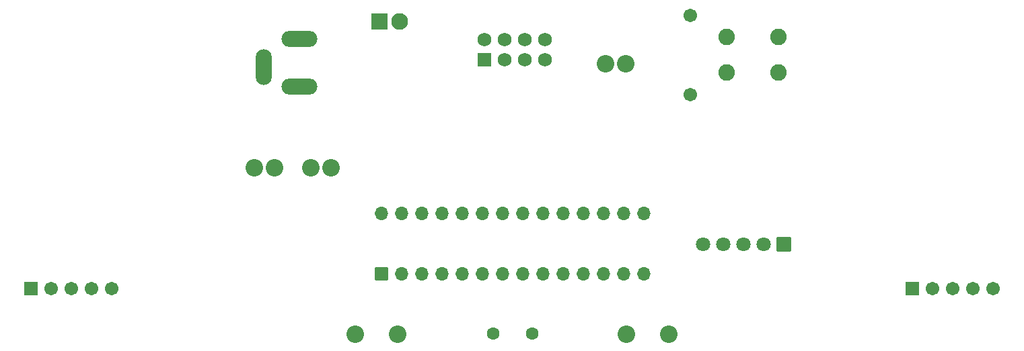
<source format=gbs>
G04 Layer: BottomSolderMaskLayer*
G04 EasyEDA v6.5.23, 2023-06-02 23:09:48*
G04 d308aba9936446f186570843c5913f8e,38d8b063065d407b859bfb9f5f9b4720,10*
G04 Gerber Generator version 0.2*
G04 Scale: 100 percent, Rotated: No, Reflected: No *
G04 Dimensions in millimeters *
G04 leading zeros omitted , absolute positions ,4 integer and 5 decimal *
%FSLAX45Y45*%
%MOMM*%

%AMMACRO1*1,1,$1,$2,$3*1,1,$1,$4,$5*1,1,$1,0-$2,0-$3*1,1,$1,0-$4,0-$5*20,1,$1,$2,$3,$4,$5,0*20,1,$1,$4,$5,0-$2,0-$3,0*20,1,$1,0-$2,0-$3,0-$4,0-$5,0*20,1,$1,0-$4,0-$5,$2,$3,0*4,1,4,$2,$3,$4,$5,0-$2,0-$3,0-$4,0-$5,$2,$3,0*%
%ADD10MACRO1,0.1016X0.85X-0.85X-0.85X-0.85*%
%ADD11C,1.8016*%
%ADD12C,2.2032*%
%ADD13O,2.0200112X4.5200062*%
%ADD14O,4.5200062X2.0200112*%
%ADD15C,1.7032*%
%ADD16MACRO1,0.2032X-0.754X-0.754X-0.754X0.754*%
%ADD17C,1.7112*%
%ADD18MACRO1,0.1016X-1X1X1X1*%
%ADD19C,2.1016*%
%ADD20C,2.0828*%
%ADD21O,1.7015968000000001X1.7015968000000001*%
%ADD22MACRO1,0.1016X-0.8X-0.8X-0.8X0.8*%
%ADD23C,1.6016*%
%ADD24MACRO1,0.2032X0.762X0.762X0.762X-0.762*%
%ADD25C,1.7272*%

%LPD*%
D10*
G01*
X14046200Y6839452D03*
D11*
G01*
X13792200Y6839458D03*
G01*
X13538200Y6839458D03*
G01*
X13284200Y6839458D03*
G01*
X13030200Y6839458D03*
D12*
G01*
X11798300Y9118600D03*
G01*
X12052300Y9118600D03*
D13*
G01*
X7496606Y9081312D03*
D14*
G01*
X7946593Y9431299D03*
G01*
X7946593Y8831300D03*
D15*
G01*
X12865100Y8732901D03*
G01*
X12865100Y9732899D03*
D16*
G01*
X15659100Y6286500D03*
D17*
G01*
X15913100Y6286500D03*
G01*
X16167100Y6286500D03*
G01*
X16421100Y6286500D03*
G01*
X16675100Y6286500D03*
D16*
G01*
X4572000Y6286500D03*
D17*
G01*
X4826000Y6286500D03*
G01*
X5080000Y6286500D03*
G01*
X5334000Y6286500D03*
G01*
X5588000Y6286500D03*
D18*
G01*
X8953500Y9652000D03*
D19*
G01*
X9207500Y9652000D03*
D20*
G01*
X13327379Y9458960D03*
G01*
X13977620Y9458960D03*
G01*
X13327379Y9006839D03*
G01*
X13977620Y9006839D03*
D21*
G01*
X9491141Y7235444D03*
G01*
X9745141Y7235444D03*
G01*
X9999141Y7235444D03*
G01*
X10253141Y7235444D03*
G01*
X10507141Y7235444D03*
G01*
X10761141Y7235444D03*
G01*
X11015141Y7235444D03*
G01*
X11015141Y6473444D03*
G01*
X9237141Y7235444D03*
G01*
X8983141Y7235444D03*
G01*
X10761141Y6473444D03*
G01*
X10507141Y6473444D03*
G01*
X10253141Y6473444D03*
G01*
X9999141Y6473444D03*
G01*
X9745141Y6473444D03*
G01*
X9491141Y6473444D03*
G01*
X9237141Y6473444D03*
D22*
G01*
X8983146Y6473454D03*
D21*
G01*
X11269141Y6473444D03*
G01*
X11523141Y6473444D03*
G01*
X11777141Y6473444D03*
G01*
X12031141Y6473444D03*
G01*
X12285141Y6473444D03*
G01*
X12285141Y7235444D03*
G01*
X12031141Y7235444D03*
G01*
X11777141Y7235444D03*
G01*
X11523141Y7235444D03*
G01*
X11269141Y7235444D03*
D23*
G01*
X10385907Y5715000D03*
G01*
X10873892Y5715000D03*
D24*
G01*
X10271899Y9169400D03*
D25*
G01*
X10271912Y9423400D03*
G01*
X10525912Y9169400D03*
G01*
X10525912Y9423400D03*
G01*
X10779912Y9169400D03*
G01*
X10779912Y9423400D03*
G01*
X11033912Y9169400D03*
G01*
X11033912Y9423400D03*
D12*
G01*
X7378700Y7810500D03*
G01*
X7632700Y7810500D03*
G01*
X8089900Y7810500D03*
G01*
X8343900Y7810500D03*
G01*
X8648522Y5712968D03*
G01*
X9181922Y5712968D03*
G01*
X12064822Y5712968D03*
G01*
X12598222Y5712968D03*
M02*

</source>
